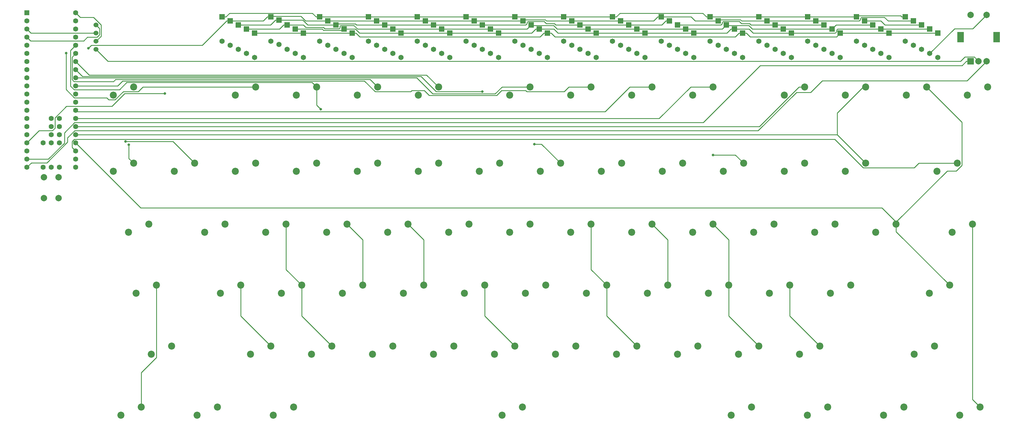
<source format=gbr>
%TF.GenerationSoftware,KiCad,Pcbnew,(5.1.7)-1*%
%TF.CreationDate,2020-12-17T15:48:16-08:00*%
%TF.ProjectId,memers and dreamers - Copy,6d656d65-7273-4206-916e-642064726561,rev?*%
%TF.SameCoordinates,Original*%
%TF.FileFunction,Copper,L1,Top*%
%TF.FilePolarity,Positive*%
%FSLAX46Y46*%
G04 Gerber Fmt 4.6, Leading zero omitted, Abs format (unit mm)*
G04 Created by KiCad (PCBNEW (5.1.7)-1) date 2020-12-17 15:48:16*
%MOMM*%
%LPD*%
G01*
G04 APERTURE LIST*
%TA.AperFunction,ComponentPad*%
%ADD10C,2.200000*%
%TD*%
%TA.AperFunction,ComponentPad*%
%ADD11C,2.000000*%
%TD*%
%TA.AperFunction,ComponentPad*%
%ADD12C,1.600000*%
%TD*%
%TA.AperFunction,ComponentPad*%
%ADD13R,1.600000X1.600000*%
%TD*%
%TA.AperFunction,ComponentPad*%
%ADD14C,1.651000*%
%TD*%
%TA.AperFunction,ComponentPad*%
%ADD15R,1.651000X1.651000*%
%TD*%
%TA.AperFunction,WasherPad*%
%ADD16R,2.000000X3.200000*%
%TD*%
%TA.AperFunction,ComponentPad*%
%ADD17R,2.000000X2.000000*%
%TD*%
%TA.AperFunction,ComponentPad*%
%ADD18C,1.524000*%
%TD*%
%TA.AperFunction,ViaPad*%
%ADD19C,0.800000*%
%TD*%
%TA.AperFunction,Conductor*%
%ADD20C,0.250000*%
%TD*%
G04 APERTURE END LIST*
D10*
%TO.P,SW73,2*%
%TO.N,Net-(D73-Pad2)*%
X237363000Y-160020000D03*
%TO.P,SW73,1*%
%TO.N,Col11*%
X243713000Y-157480000D03*
%TD*%
%TO.P,SW75,2*%
%TO.N,Net-(D75-Pad2)*%
X284988000Y-160020000D03*
%TO.P,SW75,1*%
%TO.N,Col14*%
X291338000Y-157480000D03*
%TD*%
%TO.P,SW74,2*%
%TO.N,Net-(D74-Pad2)*%
X261176000Y-160020000D03*
%TO.P,SW74,1*%
%TO.N,Col13*%
X267526000Y-157480000D03*
%TD*%
%TO.P,SW72,2*%
%TO.N,Net-(D72-Pad2)*%
X213550000Y-160020000D03*
%TO.P,SW72,1*%
%TO.N,Col10*%
X219900000Y-157480000D03*
%TD*%
%TO.P,SW57,2*%
%TO.N,Net-(D57-Pad2)*%
X63500000Y-140970000D03*
%TO.P,SW57,1*%
%TO.N,Col2*%
X69850000Y-138430000D03*
%TD*%
%TO.P,SW58,1*%
%TO.N,Col3*%
X88900000Y-138430000D03*
%TO.P,SW58,2*%
%TO.N,Net-(D58-Pad2)*%
X82550000Y-140970000D03*
%TD*%
%TO.P,SW59,1*%
%TO.N,Col4*%
X107950000Y-138430000D03*
%TO.P,SW59,2*%
%TO.N,Net-(D59-Pad2)*%
X101600000Y-140970000D03*
%TD*%
%TO.P,SW56,1*%
%TO.N,Col1*%
X38862000Y-138430000D03*
%TO.P,SW56,2*%
%TO.N,Net-(D56-Pad2)*%
X32512000Y-140970000D03*
%TD*%
%TO.P,SW66,2*%
%TO.N,Net-(D66-Pad2)*%
X234950000Y-140970000D03*
%TO.P,SW66,1*%
%TO.N,Col11*%
X241300000Y-138430000D03*
%TD*%
%TO.P,SW60,2*%
%TO.N,Net-(D60-Pad2)*%
X120650000Y-140970000D03*
%TO.P,SW60,1*%
%TO.N,Col5*%
X127000000Y-138430000D03*
%TD*%
%TO.P,SW69,2*%
%TO.N,Net-(D69-Pad2)*%
X46799500Y-160020000D03*
%TO.P,SW69,1*%
%TO.N,Col1*%
X53149500Y-157480000D03*
%TD*%
%TO.P,SW64,1*%
%TO.N,Col9*%
X203200000Y-138430000D03*
%TO.P,SW64,2*%
%TO.N,Net-(D64-Pad2)*%
X196850000Y-140970000D03*
%TD*%
%TO.P,SW70,1*%
%TO.N,Col3*%
X76962000Y-157480000D03*
%TO.P,SW70,2*%
%TO.N,Net-(D70-Pad2)*%
X70612000Y-160020000D03*
%TD*%
%TO.P,SW68,1*%
%TO.N,Col0*%
X29337000Y-157480000D03*
%TO.P,SW68,2*%
%TO.N,Net-(D68-Pad2)*%
X22987000Y-160020000D03*
%TD*%
%TO.P,SW65,1*%
%TO.N,Col10*%
X222250000Y-138430000D03*
%TO.P,SW65,2*%
%TO.N,Net-(D65-Pad2)*%
X215900000Y-140970000D03*
%TD*%
%TO.P,SW71,1*%
%TO.N,Col6*%
X148400000Y-157480000D03*
%TO.P,SW71,2*%
%TO.N,Net-(D71-Pad2)*%
X142050000Y-160020000D03*
%TD*%
%TO.P,SW61,2*%
%TO.N,Net-(D61-Pad2)*%
X139700000Y-140970000D03*
%TO.P,SW61,1*%
%TO.N,Col6*%
X146050000Y-138430000D03*
%TD*%
%TO.P,SW67,1*%
%TO.N,Col13*%
X277050000Y-138430000D03*
%TO.P,SW67,2*%
%TO.N,Net-(D67-Pad2)*%
X270700000Y-140970000D03*
%TD*%
%TO.P,SW63,2*%
%TO.N,Net-(D63-Pad2)*%
X177800000Y-140970000D03*
%TO.P,SW63,1*%
%TO.N,Col8*%
X184150000Y-138430000D03*
%TD*%
%TO.P,SW62,1*%
%TO.N,Col7*%
X165100000Y-138430000D03*
%TO.P,SW62,2*%
%TO.N,Net-(D62-Pad2)*%
X158750000Y-140970000D03*
%TD*%
D11*
%TO.P,SW76,2*%
%TO.N,GND*%
X-1007500Y-85661500D03*
%TO.P,SW76,1*%
%TO.N,Reset*%
X3492500Y-85661500D03*
%TO.P,SW76,2*%
%TO.N,GND*%
X-1007500Y-92161500D03*
%TO.P,SW76,1*%
%TO.N,Reset*%
X3492500Y-92161500D03*
%TD*%
D12*
%TO.P,U2,9*%
%TO.N,Net-(U2-Pad9)*%
X-6350000Y-54610000D03*
%TO.P,U2,10*%
%TO.N,Net-(U2-Pad10)*%
X-6350000Y-57150000D03*
%TO.P,U2,11*%
%TO.N,Net-(U2-Pad11)*%
X-6350000Y-59690000D03*
%TO.P,U2,8*%
%TO.N,Net-(U2-Pad8)*%
X-6350000Y-52070000D03*
%TO.P,U2,7*%
%TO.N,Net-(U2-Pad7)*%
X-6350000Y-49530000D03*
%TO.P,U2,6*%
%TO.N,Net-(U2-Pad6)*%
X-6350000Y-46990000D03*
%TO.P,U2,5*%
%TO.N,Net-(U2-Pad5)*%
X-6350000Y-44450000D03*
%TO.P,U2,4*%
%TO.N,SDA*%
X-6350000Y-41910000D03*
%TO.P,U2,3*%
%TO.N,SCL*%
X-6350000Y-39370000D03*
%TO.P,U2,2*%
%TO.N,Net-(U2-Pad2)*%
X-6350000Y-36830000D03*
D13*
%TO.P,U2,1*%
%TO.N,Net-(U2-Pad1)*%
X-6350000Y-34290000D03*
D12*
%TO.P,U2,12*%
%TO.N,Net-(U2-Pad12)*%
X-6350000Y-62230000D03*
%TO.P,U2,13*%
%TO.N,Row0*%
X-6350000Y-64770000D03*
%TO.P,U2,14*%
%TO.N,Row1*%
X-6350000Y-67310000D03*
%TO.P,U2,15*%
%TO.N,Row2*%
X-6350000Y-69850000D03*
%TO.P,U2,16*%
%TO.N,Row3*%
X-6350000Y-72390000D03*
%TO.P,U2,17*%
%TO.N,Row4*%
X-6350000Y-74930000D03*
%TO.P,U2,18*%
%TO.N,Row5*%
X-6350000Y-77470000D03*
%TO.P,U2,19*%
%TO.N,EncA*%
X-6350000Y-80010000D03*
%TO.P,U2,20*%
%TO.N,EncB*%
X-6350000Y-82550000D03*
%TO.P,U2,21*%
%TO.N,+5V*%
X-1270000Y-82550000D03*
%TO.P,U2,22*%
%TO.N,GND*%
X1270000Y-82550000D03*
%TO.P,U2,23*%
%TO.N,Reset*%
X3810000Y-82550000D03*
%TO.P,U2,24*%
%TO.N,Net-(U2-Pad24)*%
X8890000Y-82550000D03*
%TO.P,U2,25*%
%TO.N,Net-(U2-Pad25)*%
X8890000Y-80010000D03*
%TO.P,U2,26*%
%TO.N,Col14*%
X8890000Y-77470000D03*
%TO.P,U2,27*%
%TO.N,Col13*%
X8890000Y-74930000D03*
%TO.P,U2,28*%
%TO.N,Col12*%
X8890000Y-72390000D03*
%TO.P,U2,29*%
%TO.N,Col11*%
X8890000Y-69850000D03*
%TO.P,U2,30*%
%TO.N,Col10*%
X8890000Y-67310000D03*
%TO.P,U2,31*%
%TO.N,Col9*%
X8890000Y-64770000D03*
%TO.P,U2,32*%
%TO.N,Net-(U2-Pad32)*%
X8890000Y-62230000D03*
%TO.P,U2,33*%
%TO.N,GND*%
X8890000Y-59690000D03*
%TO.P,U2,34*%
%TO.N,Col8*%
X8890000Y-57150000D03*
%TO.P,U2,35*%
%TO.N,Col7*%
X8890000Y-54610000D03*
%TO.P,U2,36*%
%TO.N,Col6*%
X8890000Y-52070000D03*
%TO.P,U2,37*%
%TO.N,Col5*%
X8890000Y-49530000D03*
%TO.P,U2,38*%
%TO.N,Col4*%
X8890000Y-46990000D03*
%TO.P,U2,39*%
%TO.N,Col3*%
X8890000Y-44450000D03*
%TO.P,U2,40*%
%TO.N,Col2*%
X8890000Y-41910000D03*
%TO.P,U2,41*%
%TO.N,Col1*%
X8890000Y-39370000D03*
%TO.P,U2,42*%
%TO.N,Col0*%
X8890000Y-36830000D03*
%TO.P,U2,43*%
%TO.N,+5V*%
X8890000Y-34290000D03*
%TO.P,U2,44*%
%TO.N,Net-(U2-Pad44)*%
X3810000Y-67310000D03*
%TO.P,U2,45*%
%TO.N,Net-(U2-Pad45)*%
X3810000Y-69850000D03*
%TO.P,U2,46*%
%TO.N,Net-(U2-Pad46)*%
X3810000Y-72390000D03*
%TO.P,U2,47*%
%TO.N,Net-(U2-Pad47)*%
X3810000Y-74930000D03*
%TO.P,U2,48*%
%TO.N,Net-(U2-Pad48)*%
X1270000Y-67310000D03*
%TO.P,U2,49*%
%TO.N,Net-(U2-Pad49)*%
X1270000Y-69850000D03*
%TO.P,U2,50*%
%TO.N,Net-(U2-Pad50)*%
X1270000Y-72390000D03*
%TO.P,U2,51*%
%TO.N,Net-(U2-Pad51)*%
X1270000Y-74930000D03*
%TO.P,U2,52*%
%TO.N,Net-(U2-Pad52)*%
X-1270000Y-74930000D03*
%TD*%
D10*
%TO.P,SW14,1*%
%TO.N,Col0*%
X26957000Y-81280000D03*
%TO.P,SW14,2*%
%TO.N,Net-(D14-Pad2)*%
X20607000Y-83820000D03*
%TD*%
%TO.P,SW1,1*%
%TO.N,Col0*%
X26957000Y-57467500D03*
%TO.P,SW1,2*%
%TO.N,Net-(D1-Pad2)*%
X20607000Y-60007500D03*
%TD*%
D14*
%TO.P,D75,2*%
%TO.N,Net-(D75-Pad2)*%
X278130000Y-48260000D03*
D15*
%TO.P,D75,1*%
%TO.N,Row5*%
X278130000Y-40640000D03*
%TD*%
D14*
%TO.P,D74,2*%
%TO.N,Net-(D74-Pad2)*%
X262890000Y-48260000D03*
D15*
%TO.P,D74,1*%
%TO.N,Row5*%
X262890000Y-40640000D03*
%TD*%
D14*
%TO.P,D73,2*%
%TO.N,Net-(D73-Pad2)*%
X247650000Y-48260000D03*
D15*
%TO.P,D73,1*%
%TO.N,Row5*%
X247650000Y-40640000D03*
%TD*%
D14*
%TO.P,D72,2*%
%TO.N,Net-(D72-Pad2)*%
X217170000Y-48260000D03*
D15*
%TO.P,D72,1*%
%TO.N,Row5*%
X217170000Y-40640000D03*
%TD*%
D14*
%TO.P,D71,2*%
%TO.N,Net-(D71-Pad2)*%
X156210000Y-48260000D03*
D15*
%TO.P,D71,1*%
%TO.N,Row5*%
X156210000Y-40640000D03*
%TD*%
D14*
%TO.P,D70,2*%
%TO.N,Net-(D70-Pad2)*%
X95250000Y-48260000D03*
D15*
%TO.P,D70,1*%
%TO.N,Row5*%
X95250000Y-40640000D03*
%TD*%
D14*
%TO.P,D69,2*%
%TO.N,Net-(D69-Pad2)*%
X80010000Y-48260000D03*
D15*
%TO.P,D69,1*%
%TO.N,Row5*%
X80010000Y-40640000D03*
%TD*%
%TO.P,D68,1*%
%TO.N,Row5*%
X64770000Y-40640000D03*
D14*
%TO.P,D68,2*%
%TO.N,Net-(D68-Pad2)*%
X64770000Y-48260000D03*
%TD*%
%TO.P,D67,2*%
%TO.N,Net-(D67-Pad2)*%
X260350000Y-46990000D03*
D15*
%TO.P,D67,1*%
%TO.N,Row4*%
X260350000Y-39370000D03*
%TD*%
D14*
%TO.P,D66,2*%
%TO.N,Net-(D66-Pad2)*%
X232410000Y-48260000D03*
D15*
%TO.P,D66,1*%
%TO.N,Row4*%
X232410000Y-40640000D03*
%TD*%
D14*
%TO.P,D65,2*%
%TO.N,Net-(D65-Pad2)*%
X214630000Y-46990000D03*
D15*
%TO.P,D65,1*%
%TO.N,Row4*%
X214630000Y-39370000D03*
%TD*%
D14*
%TO.P,D64,2*%
%TO.N,Net-(D64-Pad2)*%
X201930000Y-48260000D03*
D15*
%TO.P,D64,1*%
%TO.N,Row4*%
X201930000Y-40640000D03*
%TD*%
D14*
%TO.P,D63,2*%
%TO.N,Net-(D63-Pad2)*%
X186690000Y-48260000D03*
D15*
%TO.P,D63,1*%
%TO.N,Row4*%
X186690000Y-40640000D03*
%TD*%
D14*
%TO.P,D62,2*%
%TO.N,Net-(D62-Pad2)*%
X171450000Y-48260000D03*
D15*
%TO.P,D62,1*%
%TO.N,Row4*%
X171450000Y-40640000D03*
%TD*%
D14*
%TO.P,D61,2*%
%TO.N,Net-(D61-Pad2)*%
X153670000Y-46990000D03*
D15*
%TO.P,D61,1*%
%TO.N,Row4*%
X153670000Y-39370000D03*
%TD*%
D14*
%TO.P,D60,2*%
%TO.N,Net-(D60-Pad2)*%
X140970000Y-48260000D03*
D15*
%TO.P,D60,1*%
%TO.N,Row4*%
X140970000Y-40640000D03*
%TD*%
D14*
%TO.P,D59,2*%
%TO.N,Net-(D59-Pad2)*%
X125730000Y-48260000D03*
D15*
%TO.P,D59,1*%
%TO.N,Row4*%
X125730000Y-40640000D03*
%TD*%
D14*
%TO.P,D58,2*%
%TO.N,Net-(D58-Pad2)*%
X110490000Y-48260000D03*
D15*
%TO.P,D58,1*%
%TO.N,Row4*%
X110490000Y-40640000D03*
%TD*%
D14*
%TO.P,D57,2*%
%TO.N,Net-(D57-Pad2)*%
X92710000Y-46990000D03*
D15*
%TO.P,D57,1*%
%TO.N,Row4*%
X92710000Y-39370000D03*
%TD*%
D14*
%TO.P,D56,2*%
%TO.N,Net-(D56-Pad2)*%
X77470000Y-46990000D03*
D15*
%TO.P,D56,1*%
%TO.N,Row4*%
X77470000Y-39370000D03*
%TD*%
D14*
%TO.P,D55,2*%
%TO.N,Net-(D55-Pad2)*%
X275590000Y-46990000D03*
D15*
%TO.P,D55,1*%
%TO.N,Row4*%
X275590000Y-39370000D03*
%TD*%
D14*
%TO.P,D54,2*%
%TO.N,Net-(D54-Pad2)*%
X257810000Y-45720000D03*
D15*
%TO.P,D54,1*%
%TO.N,Row3*%
X257810000Y-38100000D03*
%TD*%
D14*
%TO.P,D53,2*%
%TO.N,Net-(D53-Pad2)*%
X245110000Y-46990000D03*
D15*
%TO.P,D53,1*%
%TO.N,Row3*%
X245110000Y-39370000D03*
%TD*%
D14*
%TO.P,D52,2*%
%TO.N,Net-(D52-Pad2)*%
X229870000Y-46990000D03*
D15*
%TO.P,D52,1*%
%TO.N,Row3*%
X229870000Y-39370000D03*
%TD*%
D14*
%TO.P,D51,2*%
%TO.N,Net-(D51-Pad2)*%
X212090000Y-45720000D03*
D15*
%TO.P,D51,1*%
%TO.N,Row3*%
X212090000Y-38100000D03*
%TD*%
D14*
%TO.P,D50,2*%
%TO.N,Net-(D50-Pad2)*%
X199390000Y-46990000D03*
D15*
%TO.P,D50,1*%
%TO.N,Row3*%
X199390000Y-39370000D03*
%TD*%
D14*
%TO.P,D49,2*%
%TO.N,Net-(D49-Pad2)*%
X184150000Y-46990000D03*
D15*
%TO.P,D49,1*%
%TO.N,Row3*%
X184150000Y-39370000D03*
%TD*%
D14*
%TO.P,D48,2*%
%TO.N,Net-(D48-Pad2)*%
X168910000Y-46990000D03*
D15*
%TO.P,D48,1*%
%TO.N,Row3*%
X168910000Y-39370000D03*
%TD*%
D14*
%TO.P,D47,2*%
%TO.N,Net-(D47-Pad2)*%
X151130000Y-45720000D03*
D15*
%TO.P,D47,1*%
%TO.N,Row3*%
X151130000Y-38100000D03*
%TD*%
D14*
%TO.P,D46,2*%
%TO.N,Net-(D46-Pad2)*%
X138430000Y-46990000D03*
D15*
%TO.P,D46,1*%
%TO.N,Row3*%
X138430000Y-39370000D03*
%TD*%
D14*
%TO.P,D45,2*%
%TO.N,Net-(D45-Pad2)*%
X123190000Y-46990000D03*
D15*
%TO.P,D45,1*%
%TO.N,Row3*%
X123190000Y-39370000D03*
%TD*%
D14*
%TO.P,D44,2*%
%TO.N,Net-(D44-Pad2)*%
X107950000Y-46990000D03*
D15*
%TO.P,D44,1*%
%TO.N,Row3*%
X107950000Y-39370000D03*
%TD*%
D14*
%TO.P,D43,2*%
%TO.N,Net-(D43-Pad2)*%
X74930000Y-45720000D03*
D15*
%TO.P,D43,1*%
%TO.N,Row3*%
X74930000Y-38100000D03*
%TD*%
%TO.P,D42,1*%
%TO.N,Row3*%
X62230000Y-39370000D03*
D14*
%TO.P,D42,2*%
%TO.N,Net-(D42-Pad2)*%
X62230000Y-46990000D03*
%TD*%
%TO.P,D41,2*%
%TO.N,Net-(D41-Pad2)*%
X273050000Y-45720000D03*
D15*
%TO.P,D41,1*%
%TO.N,Row2*%
X273050000Y-38100000D03*
%TD*%
D14*
%TO.P,D40,2*%
%TO.N,Net-(D40-Pad2)*%
X255270000Y-44450000D03*
D15*
%TO.P,D40,1*%
%TO.N,Row2*%
X255270000Y-36830000D03*
%TD*%
D14*
%TO.P,D39,2*%
%TO.N,Net-(D39-Pad2)*%
X242570000Y-45720000D03*
D15*
%TO.P,D39,1*%
%TO.N,Row2*%
X242570000Y-38100000D03*
%TD*%
D14*
%TO.P,D38,2*%
%TO.N,Net-(D38-Pad2)*%
X227330000Y-45720000D03*
D15*
%TO.P,D38,1*%
%TO.N,Row2*%
X227330000Y-38100000D03*
%TD*%
D14*
%TO.P,D37,2*%
%TO.N,Net-(D37-Pad2)*%
X196850000Y-45720000D03*
D15*
%TO.P,D37,1*%
%TO.N,Row2*%
X196850000Y-38100000D03*
%TD*%
D14*
%TO.P,D36,2*%
%TO.N,Net-(D36-Pad2)*%
X194310000Y-44450000D03*
D15*
%TO.P,D36,1*%
%TO.N,Row2*%
X194310000Y-36830000D03*
%TD*%
D14*
%TO.P,D35,2*%
%TO.N,Net-(D35-Pad2)*%
X181610000Y-45720000D03*
D15*
%TO.P,D35,1*%
%TO.N,Row2*%
X181610000Y-38100000D03*
%TD*%
D14*
%TO.P,D34,2*%
%TO.N,Net-(D34-Pad2)*%
X166370000Y-45720000D03*
D15*
%TO.P,D34,1*%
%TO.N,Row2*%
X166370000Y-38100000D03*
%TD*%
D14*
%TO.P,D33,2*%
%TO.N,Net-(D33-Pad2)*%
X135890000Y-45720000D03*
D15*
%TO.P,D33,1*%
%TO.N,Row2*%
X135890000Y-38100000D03*
%TD*%
D14*
%TO.P,D32,2*%
%TO.N,Net-(D32-Pad2)*%
X120650000Y-45720000D03*
D15*
%TO.P,D32,1*%
%TO.N,Row2*%
X120650000Y-38100000D03*
%TD*%
D14*
%TO.P,D31,2*%
%TO.N,Net-(D31-Pad2)*%
X105410000Y-45720000D03*
D15*
%TO.P,D31,1*%
%TO.N,Row2*%
X105410000Y-38100000D03*
%TD*%
D14*
%TO.P,D30,2*%
%TO.N,Net-(D30-Pad2)*%
X90170000Y-45720000D03*
D15*
%TO.P,D30,1*%
%TO.N,Row2*%
X90170000Y-38100000D03*
%TD*%
D14*
%TO.P,D29,2*%
%TO.N,Net-(D29-Pad2)*%
X72390000Y-44196000D03*
D15*
%TO.P,D29,1*%
%TO.N,Row2*%
X72390000Y-36576000D03*
%TD*%
%TO.P,D28,1*%
%TO.N,Row2*%
X59690000Y-38100000D03*
D14*
%TO.P,D28,2*%
%TO.N,Net-(D28-Pad2)*%
X59690000Y-45720000D03*
%TD*%
%TO.P,D27,2*%
%TO.N,Net-(D27-Pad2)*%
X270510000Y-44450000D03*
D15*
%TO.P,D27,1*%
%TO.N,Row1*%
X270510000Y-36830000D03*
%TD*%
D14*
%TO.P,D26,2*%
%TO.N,Net-(D26-Pad2)*%
X240030000Y-44450000D03*
D15*
%TO.P,D26,1*%
%TO.N,Row1*%
X240030000Y-36830000D03*
%TD*%
D14*
%TO.P,D25,2*%
%TO.N,Net-(D25-Pad2)*%
X224790000Y-44450000D03*
D15*
%TO.P,D25,1*%
%TO.N,Row1*%
X224790000Y-36830000D03*
%TD*%
D14*
%TO.P,D24,2*%
%TO.N,Net-(D24-Pad2)*%
X209550000Y-44450000D03*
D15*
%TO.P,D24,1*%
%TO.N,Row1*%
X209550000Y-36830000D03*
%TD*%
D14*
%TO.P,D23,2*%
%TO.N,Net-(D23-Pad2)*%
X191770000Y-43180000D03*
D15*
%TO.P,D23,1*%
%TO.N,Row1*%
X191770000Y-35560000D03*
%TD*%
D14*
%TO.P,D22,2*%
%TO.N,Net-(D22-Pad2)*%
X179070000Y-44450000D03*
D15*
%TO.P,D22,1*%
%TO.N,Row1*%
X179070000Y-36830000D03*
%TD*%
D14*
%TO.P,D21,2*%
%TO.N,Net-(D21-Pad2)*%
X163830000Y-44450000D03*
D15*
%TO.P,D21,1*%
%TO.N,Row1*%
X163830000Y-36830000D03*
%TD*%
D14*
%TO.P,D20,2*%
%TO.N,Net-(D20-Pad2)*%
X148590000Y-44450000D03*
D15*
%TO.P,D20,1*%
%TO.N,Row1*%
X148590000Y-36830000D03*
%TD*%
D14*
%TO.P,D19,2*%
%TO.N,Net-(D19-Pad2)*%
X133350000Y-44450000D03*
D15*
%TO.P,D19,1*%
%TO.N,Row1*%
X133350000Y-36830000D03*
%TD*%
D14*
%TO.P,D18,2*%
%TO.N,Net-(D18-Pad2)*%
X118110000Y-44450000D03*
D15*
%TO.P,D18,1*%
%TO.N,Row1*%
X118110000Y-36830000D03*
%TD*%
D14*
%TO.P,D17,2*%
%TO.N,Net-(D17-Pad2)*%
X102870000Y-44450000D03*
D15*
%TO.P,D17,1*%
%TO.N,Row1*%
X102870000Y-36830000D03*
%TD*%
D14*
%TO.P,D16,2*%
%TO.N,Net-(D16-Pad2)*%
X87630000Y-44450000D03*
D15*
%TO.P,D16,1*%
%TO.N,Row1*%
X87630000Y-36830000D03*
%TD*%
D14*
%TO.P,D15,2*%
%TO.N,Net-(D15-Pad2)*%
X69850000Y-43180000D03*
D15*
%TO.P,D15,1*%
%TO.N,Row1*%
X69850000Y-35560000D03*
%TD*%
%TO.P,D14,1*%
%TO.N,Row1*%
X57150000Y-36830000D03*
D14*
%TO.P,D14,2*%
%TO.N,Net-(D14-Pad2)*%
X57150000Y-44450000D03*
%TD*%
%TO.P,D13,2*%
%TO.N,Net-(D13-Pad2)*%
X267970000Y-43180000D03*
D15*
%TO.P,D13,1*%
%TO.N,Row0*%
X267970000Y-35560000D03*
%TD*%
D14*
%TO.P,D12,2*%
%TO.N,Net-(D12-Pad2)*%
X252730000Y-43180000D03*
D15*
%TO.P,D12,1*%
%TO.N,Row0*%
X252730000Y-35560000D03*
%TD*%
D14*
%TO.P,D11,2*%
%TO.N,Net-(D11-Pad2)*%
X237490000Y-43180000D03*
D15*
%TO.P,D11,1*%
%TO.N,Row0*%
X237490000Y-35560000D03*
%TD*%
D14*
%TO.P,D10,2*%
%TO.N,Net-(D10-Pad2)*%
X222250000Y-43180000D03*
D15*
%TO.P,D10,1*%
%TO.N,Row0*%
X222250000Y-35560000D03*
%TD*%
D14*
%TO.P,D9,2*%
%TO.N,Net-(D9-Pad2)*%
X207010000Y-43180000D03*
D15*
%TO.P,D9,1*%
%TO.N,Row0*%
X207010000Y-35560000D03*
%TD*%
D14*
%TO.P,D8,2*%
%TO.N,Net-(D8-Pad2)*%
X176530000Y-43180000D03*
D15*
%TO.P,D8,1*%
%TO.N,Row0*%
X176530000Y-35560000D03*
%TD*%
D14*
%TO.P,D7,2*%
%TO.N,Net-(D7-Pad2)*%
X161290000Y-43180000D03*
D15*
%TO.P,D7,1*%
%TO.N,Row0*%
X161290000Y-35560000D03*
%TD*%
D14*
%TO.P,D6,2*%
%TO.N,Net-(D6-Pad2)*%
X146050000Y-43180000D03*
D15*
%TO.P,D6,1*%
%TO.N,Row0*%
X146050000Y-35560000D03*
%TD*%
D14*
%TO.P,D5,2*%
%TO.N,Net-(D5-Pad2)*%
X130810000Y-43180000D03*
D15*
%TO.P,D5,1*%
%TO.N,Row0*%
X130810000Y-35560000D03*
%TD*%
D14*
%TO.P,D4,2*%
%TO.N,Net-(D4-Pad2)*%
X115570000Y-43180000D03*
D15*
%TO.P,D4,1*%
%TO.N,Row0*%
X115570000Y-35560000D03*
%TD*%
D14*
%TO.P,D3,2*%
%TO.N,Net-(D3-Pad2)*%
X100330000Y-43180000D03*
D15*
%TO.P,D3,1*%
%TO.N,Row0*%
X100330000Y-35560000D03*
%TD*%
D14*
%TO.P,D2,2*%
%TO.N,Net-(D2-Pad2)*%
X85090000Y-43180000D03*
D15*
%TO.P,D2,1*%
%TO.N,Row0*%
X85090000Y-35560000D03*
%TD*%
%TO.P,D1,1*%
%TO.N,Row0*%
X54610000Y-35560000D03*
D14*
%TO.P,D1,2*%
%TO.N,Net-(D1-Pad2)*%
X54610000Y-43180000D03*
%TD*%
D10*
%TO.P,SW2,1*%
%TO.N,Col2*%
X65057000Y-57467500D03*
%TO.P,SW2,2*%
%TO.N,Net-(D2-Pad2)*%
X58707000Y-60007500D03*
%TD*%
%TO.P,SW3,1*%
%TO.N,Col3*%
X84107000Y-57467500D03*
%TO.P,SW3,2*%
%TO.N,Net-(D3-Pad2)*%
X77757000Y-60007500D03*
%TD*%
%TO.P,SW4,2*%
%TO.N,Net-(D4-Pad2)*%
X96807000Y-60007500D03*
%TO.P,SW4,1*%
%TO.N,Col4*%
X103157000Y-57467500D03*
%TD*%
%TO.P,SW5,1*%
%TO.N,Col5*%
X122207000Y-57467500D03*
%TO.P,SW5,2*%
%TO.N,Net-(D5-Pad2)*%
X115857000Y-60007500D03*
%TD*%
%TO.P,SW6,2*%
%TO.N,Net-(D6-Pad2)*%
X144432000Y-60007500D03*
%TO.P,SW6,1*%
%TO.N,Col7*%
X150782000Y-57467500D03*
%TD*%
%TO.P,SW7,1*%
%TO.N,Col8*%
X169832000Y-57467500D03*
%TO.P,SW7,2*%
%TO.N,Net-(D7-Pad2)*%
X163482000Y-60007500D03*
%TD*%
%TO.P,SW8,2*%
%TO.N,Net-(D8-Pad2)*%
X182532000Y-60007500D03*
%TO.P,SW8,1*%
%TO.N,Col9*%
X188882000Y-57467500D03*
%TD*%
%TO.P,SW9,2*%
%TO.N,Net-(D9-Pad2)*%
X201582000Y-60007500D03*
%TO.P,SW9,1*%
%TO.N,Col10*%
X207932000Y-57467500D03*
%TD*%
%TO.P,SW10,2*%
%TO.N,Net-(D10-Pad2)*%
X230157000Y-60007500D03*
%TO.P,SW10,1*%
%TO.N,Col11*%
X236507000Y-57467500D03*
%TD*%
%TO.P,SW11,1*%
%TO.N,Col12*%
X255557000Y-57467500D03*
%TO.P,SW11,2*%
%TO.N,Net-(D11-Pad2)*%
X249207000Y-60007500D03*
%TD*%
%TO.P,SW12,2*%
%TO.N,Net-(D12-Pad2)*%
X268257000Y-60007500D03*
%TO.P,SW12,1*%
%TO.N,Col13*%
X274607000Y-57467500D03*
%TD*%
%TO.P,SW13,1*%
%TO.N,Col14*%
X293657000Y-57467500D03*
%TO.P,SW13,2*%
%TO.N,Net-(D13-Pad2)*%
X287307000Y-60007500D03*
%TD*%
%TO.P,SW15,2*%
%TO.N,Net-(D15-Pad2)*%
X39657000Y-83820000D03*
%TO.P,SW15,1*%
%TO.N,Col1*%
X46007000Y-81280000D03*
%TD*%
%TO.P,SW16,2*%
%TO.N,Net-(D16-Pad2)*%
X58707000Y-83820000D03*
%TO.P,SW16,1*%
%TO.N,Col2*%
X65057000Y-81280000D03*
%TD*%
%TO.P,SW17,2*%
%TO.N,Net-(D17-Pad2)*%
X77757000Y-83820000D03*
%TO.P,SW17,1*%
%TO.N,Col3*%
X84107000Y-81280000D03*
%TD*%
%TO.P,SW18,1*%
%TO.N,Col4*%
X103157000Y-81280000D03*
%TO.P,SW18,2*%
%TO.N,Net-(D18-Pad2)*%
X96807000Y-83820000D03*
%TD*%
%TO.P,SW19,2*%
%TO.N,Net-(D19-Pad2)*%
X115857000Y-83820000D03*
%TO.P,SW19,1*%
%TO.N,Col5*%
X122207000Y-81280000D03*
%TD*%
%TO.P,SW20,1*%
%TO.N,Col6*%
X141257000Y-81280000D03*
%TO.P,SW20,2*%
%TO.N,Net-(D20-Pad2)*%
X134907000Y-83820000D03*
%TD*%
%TO.P,SW21,1*%
%TO.N,Col7*%
X160307000Y-81280000D03*
%TO.P,SW21,2*%
%TO.N,Net-(D21-Pad2)*%
X153957000Y-83820000D03*
%TD*%
%TO.P,SW22,2*%
%TO.N,Net-(D22-Pad2)*%
X173007000Y-83820000D03*
%TO.P,SW22,1*%
%TO.N,Col8*%
X179357000Y-81280000D03*
%TD*%
%TO.P,SW23,2*%
%TO.N,Net-(D23-Pad2)*%
X192057000Y-83820000D03*
%TO.P,SW23,1*%
%TO.N,Col9*%
X198407000Y-81280000D03*
%TD*%
%TO.P,SW24,1*%
%TO.N,Col10*%
X217457000Y-81280000D03*
%TO.P,SW24,2*%
%TO.N,Net-(D24-Pad2)*%
X211107000Y-83820000D03*
%TD*%
%TO.P,SW25,1*%
%TO.N,Col11*%
X236507000Y-81280000D03*
%TO.P,SW25,2*%
%TO.N,Net-(D25-Pad2)*%
X230157000Y-83820000D03*
%TD*%
%TO.P,SW26,1*%
%TO.N,Col12*%
X255557000Y-81280000D03*
%TO.P,SW26,2*%
%TO.N,Net-(D26-Pad2)*%
X249207000Y-83820000D03*
%TD*%
%TO.P,SW27,1*%
%TO.N,Col14*%
X284190000Y-81280000D03*
%TO.P,SW27,2*%
%TO.N,Net-(D27-Pad2)*%
X277840000Y-83820000D03*
%TD*%
%TO.P,SW28,1*%
%TO.N,Col0*%
X31719500Y-100330000D03*
%TO.P,SW28,2*%
%TO.N,Net-(D28-Pad2)*%
X25369500Y-102870000D03*
%TD*%
%TO.P,SW29,1*%
%TO.N,Col2*%
X55532000Y-100330000D03*
%TO.P,SW29,2*%
%TO.N,Net-(D29-Pad2)*%
X49182000Y-102870000D03*
%TD*%
%TO.P,SW30,2*%
%TO.N,Net-(D30-Pad2)*%
X68232000Y-102870000D03*
%TO.P,SW30,1*%
%TO.N,Col3*%
X74582000Y-100330000D03*
%TD*%
%TO.P,SW31,2*%
%TO.N,Net-(D31-Pad2)*%
X87282000Y-102870000D03*
%TO.P,SW31,1*%
%TO.N,Col4*%
X93632000Y-100330000D03*
%TD*%
%TO.P,SW32,2*%
%TO.N,Net-(D32-Pad2)*%
X106332000Y-102870000D03*
%TO.P,SW32,1*%
%TO.N,Col5*%
X112682000Y-100330000D03*
%TD*%
%TO.P,SW33,2*%
%TO.N,Net-(D33-Pad2)*%
X125382000Y-102870000D03*
%TO.P,SW33,1*%
%TO.N,Col6*%
X131732000Y-100330000D03*
%TD*%
%TO.P,SW34,2*%
%TO.N,Net-(D34-Pad2)*%
X144432000Y-102870000D03*
%TO.P,SW34,1*%
%TO.N,Col7*%
X150782000Y-100330000D03*
%TD*%
%TO.P,SW35,1*%
%TO.N,Col8*%
X169832000Y-100330000D03*
%TO.P,SW35,2*%
%TO.N,Net-(D35-Pad2)*%
X163482000Y-102870000D03*
%TD*%
%TO.P,SW36,2*%
%TO.N,Net-(D36-Pad2)*%
X182532000Y-102870000D03*
%TO.P,SW36,1*%
%TO.N,Col9*%
X188882000Y-100330000D03*
%TD*%
%TO.P,SW37,2*%
%TO.N,Net-(D37-Pad2)*%
X201582000Y-102870000D03*
%TO.P,SW37,1*%
%TO.N,Col10*%
X207932000Y-100330000D03*
%TD*%
%TO.P,SW38,1*%
%TO.N,Col11*%
X226982000Y-100330000D03*
%TO.P,SW38,2*%
%TO.N,Net-(D38-Pad2)*%
X220632000Y-102870000D03*
%TD*%
%TO.P,SW39,1*%
%TO.N,Col12*%
X246032000Y-100330000D03*
%TO.P,SW39,2*%
%TO.N,Net-(D39-Pad2)*%
X239682000Y-102870000D03*
%TD*%
%TO.P,SW40,1*%
%TO.N,Col13*%
X265082000Y-100330000D03*
%TO.P,SW40,2*%
%TO.N,Net-(D40-Pad2)*%
X258732000Y-102870000D03*
%TD*%
%TO.P,SW41,2*%
%TO.N,Net-(D41-Pad2)*%
X282605000Y-102873000D03*
%TO.P,SW41,1*%
%TO.N,Col14*%
X288955000Y-100333000D03*
%TD*%
%TO.P,SW42,1*%
%TO.N,Col0*%
X34099500Y-119380000D03*
%TO.P,SW42,2*%
%TO.N,Net-(D42-Pad2)*%
X27749500Y-121920000D03*
%TD*%
%TO.P,SW43,2*%
%TO.N,Net-(D43-Pad2)*%
X54038500Y-121920000D03*
%TO.P,SW43,1*%
%TO.N,Col2*%
X60388500Y-119380000D03*
%TD*%
%TO.P,SW44,1*%
%TO.N,Col3*%
X79438500Y-119380000D03*
%TO.P,SW44,2*%
%TO.N,Net-(D44-Pad2)*%
X73088500Y-121920000D03*
%TD*%
%TO.P,SW45,1*%
%TO.N,Col4*%
X98488500Y-119380000D03*
%TO.P,SW45,2*%
%TO.N,Net-(D45-Pad2)*%
X92138500Y-121920000D03*
%TD*%
%TO.P,SW46,1*%
%TO.N,Col5*%
X117538000Y-119380000D03*
%TO.P,SW46,2*%
%TO.N,Net-(D46-Pad2)*%
X111188000Y-121920000D03*
%TD*%
%TO.P,SW47,1*%
%TO.N,Col6*%
X136588000Y-119380000D03*
%TO.P,SW47,2*%
%TO.N,Net-(D47-Pad2)*%
X130238000Y-121920000D03*
%TD*%
%TO.P,SW48,2*%
%TO.N,Net-(D48-Pad2)*%
X149288000Y-121920000D03*
%TO.P,SW48,1*%
%TO.N,Col7*%
X155638000Y-119380000D03*
%TD*%
%TO.P,SW49,2*%
%TO.N,Net-(D49-Pad2)*%
X168338000Y-121920000D03*
%TO.P,SW49,1*%
%TO.N,Col8*%
X174688000Y-119380000D03*
%TD*%
%TO.P,SW50,1*%
%TO.N,Col9*%
X193738000Y-119380000D03*
%TO.P,SW50,2*%
%TO.N,Net-(D50-Pad2)*%
X187388000Y-121920000D03*
%TD*%
%TO.P,SW51,1*%
%TO.N,Col10*%
X212788000Y-119380000D03*
%TO.P,SW51,2*%
%TO.N,Net-(D51-Pad2)*%
X206438000Y-121920000D03*
%TD*%
%TO.P,SW52,2*%
%TO.N,Net-(D52-Pad2)*%
X225488000Y-121920000D03*
%TO.P,SW52,1*%
%TO.N,Col11*%
X231838000Y-119380000D03*
%TD*%
%TO.P,SW53,2*%
%TO.N,Net-(D53-Pad2)*%
X244538000Y-121920000D03*
%TO.P,SW53,1*%
%TO.N,Col12*%
X250888000Y-119380000D03*
%TD*%
%TO.P,SW54,2*%
%TO.N,Net-(D54-Pad2)*%
X275463000Y-121920000D03*
%TO.P,SW54,1*%
%TO.N,Col13*%
X281813000Y-119380000D03*
%TD*%
D11*
%TO.P,SW55,S1*%
%TO.N,Net-(D55-Pad2)*%
X293330000Y-34910000D03*
%TO.P,SW55,S2*%
%TO.N,Col14*%
X288330000Y-34910000D03*
D16*
%TO.P,SW55,*%
%TO.N,*%
X296430000Y-41910000D03*
X285230000Y-41910000D03*
D11*
%TO.P,SW55,B*%
%TO.N,EncB*%
X293330000Y-49410000D03*
%TO.P,SW55,C*%
%TO.N,GND*%
X290830000Y-49410000D03*
D17*
%TO.P,SW55,A*%
%TO.N,EncA*%
X288330000Y-49410000D03*
%TD*%
D18*
%TO.P,U1,1*%
%TO.N,SDA*%
X15240000Y-38100000D03*
%TO.P,U1,2*%
%TO.N,SCL*%
X15240000Y-40640000D03*
%TO.P,U1,3*%
%TO.N,+5V*%
X15240000Y-43180000D03*
%TO.P,U1,4*%
%TO.N,GND*%
X15240000Y-45720000D03*
%TD*%
D19*
%TO.N,Row1*%
X12869200Y-45314400D03*
%TO.N,Row4*%
X36681500Y-59480900D03*
%TO.N,Col0*%
X25471900Y-75492400D03*
%TO.N,Col2*%
X5873700Y-46846500D03*
%TO.N,Col3*%
X85360600Y-64397600D03*
%TO.N,Col7*%
X152096500Y-75287400D03*
%TO.N,Col10*%
X207932000Y-78678500D03*
%TO.N,Col1*%
X24441700Y-74486600D03*
%TO.N,Col6*%
X135817200Y-58884600D03*
%TD*%
D20*
%TO.N,Row0*%
X115570000Y-35560000D02*
X130810000Y-35560000D01*
X100330000Y-35560000D02*
X115570000Y-35560000D01*
X222250000Y-35560000D02*
X236339200Y-35560000D01*
X207010000Y-35560000D02*
X222250000Y-35560000D01*
X237490000Y-35560000D02*
X236339200Y-35560000D01*
X176530000Y-35560000D02*
X177680800Y-35560000D01*
X177680800Y-35560000D02*
X178831600Y-34409200D01*
X178831600Y-34409200D02*
X204708400Y-34409200D01*
X204708400Y-34409200D02*
X205859200Y-35560000D01*
X161290000Y-35560000D02*
X176530000Y-35560000D01*
X207010000Y-35560000D02*
X205859200Y-35560000D01*
X146050000Y-35560000D02*
X161290000Y-35560000D01*
X85090000Y-35560000D02*
X83939200Y-35560000D01*
X54610000Y-35560000D02*
X55760800Y-35560000D01*
X55760800Y-35560000D02*
X56911600Y-34409200D01*
X56911600Y-34409200D02*
X82788400Y-34409200D01*
X82788400Y-34409200D02*
X83939200Y-35560000D01*
X266819200Y-35560000D02*
X266467400Y-35208200D01*
X266467400Y-35208200D02*
X253081800Y-35208200D01*
X253081800Y-35208200D02*
X252730000Y-35560000D01*
X267970000Y-35560000D02*
X266819200Y-35560000D01*
X237490000Y-35560000D02*
X252730000Y-35560000D01*
X130810000Y-35560000D02*
X146050000Y-35560000D01*
X85090000Y-35560000D02*
X100330000Y-35560000D01*
%TO.N,Row1*%
X224790000Y-36830000D02*
X240030000Y-36830000D01*
X209550000Y-36830000D02*
X209934400Y-36445600D01*
X209934400Y-36445600D02*
X216462700Y-36445600D01*
X216462700Y-36445600D02*
X216847100Y-36830000D01*
X216847100Y-36830000D02*
X224790000Y-36830000D01*
X191770000Y-35560000D02*
X190619200Y-35560000D01*
X179070000Y-36830000D02*
X189349200Y-36830000D01*
X189349200Y-36830000D02*
X190619200Y-35560000D01*
X163830000Y-36830000D02*
X179070000Y-36830000D01*
X57150000Y-36830000D02*
X55999200Y-36830000D01*
X55999200Y-36830000D02*
X48379200Y-44450000D01*
X48379200Y-44450000D02*
X13733600Y-44450000D01*
X13733600Y-44450000D02*
X12869200Y-45314400D01*
X68699200Y-35560000D02*
X67429200Y-36830000D01*
X67429200Y-36830000D02*
X57150000Y-36830000D01*
X163830000Y-36830000D02*
X155887100Y-36830000D01*
X155887100Y-36830000D02*
X155502700Y-36445600D01*
X155502700Y-36445600D02*
X148974400Y-36445600D01*
X148974400Y-36445600D02*
X148590000Y-36830000D01*
X270510000Y-36830000D02*
X262567100Y-36830000D01*
X262567100Y-36830000D02*
X261409600Y-35672500D01*
X261409600Y-35672500D02*
X254311700Y-35672500D01*
X254311700Y-35672500D02*
X254000000Y-35984200D01*
X254000000Y-35984200D02*
X254000000Y-36408500D01*
X254000000Y-36408500D02*
X253578500Y-36830000D01*
X253578500Y-36830000D02*
X240030000Y-36830000D01*
X87630000Y-36830000D02*
X80686000Y-36830000D01*
X80686000Y-36830000D02*
X79244100Y-35388100D01*
X79244100Y-35388100D02*
X69446500Y-35388100D01*
X69446500Y-35388100D02*
X69274600Y-35560000D01*
X191770000Y-35560000D02*
X201017700Y-35560000D01*
X201017700Y-35560000D02*
X202287700Y-36830000D01*
X202287700Y-36830000D02*
X209550000Y-36830000D01*
X133350000Y-36830000D02*
X148590000Y-36830000D01*
X118110000Y-36830000D02*
X133350000Y-36830000D01*
X102870000Y-36830000D02*
X118110000Y-36830000D01*
X87630000Y-36830000D02*
X102870000Y-36830000D01*
X69274600Y-35560000D02*
X68699200Y-35560000D01*
X69850000Y-35560000D02*
X69274600Y-35560000D01*
%TO.N,Row2*%
X255270000Y-36830000D02*
X260350000Y-36830000D01*
X260350000Y-36830000D02*
X261620000Y-38100000D01*
X261620000Y-38100000D02*
X273050000Y-38100000D01*
X194310000Y-36830000D02*
X193159200Y-36830000D01*
X181610000Y-38100000D02*
X191889200Y-38100000D01*
X191889200Y-38100000D02*
X193159200Y-36830000D01*
X166370000Y-38100000D02*
X181610000Y-38100000D01*
X227330000Y-38100000D02*
X242570000Y-38100000D01*
X227330000Y-38100000D02*
X219751000Y-38100000D01*
X219751000Y-38100000D02*
X219300700Y-37649700D01*
X219300700Y-37649700D02*
X216804600Y-37649700D01*
X216804600Y-37649700D02*
X216097400Y-36942500D01*
X216097400Y-36942500D02*
X211131700Y-36942500D01*
X211131700Y-36942500D02*
X210820000Y-37254200D01*
X210820000Y-37254200D02*
X210820000Y-37678500D01*
X210820000Y-37678500D02*
X210398500Y-38100000D01*
X210398500Y-38100000D02*
X196850000Y-38100000D01*
X72390000Y-36576000D02*
X71239200Y-36576000D01*
X59690000Y-38100000D02*
X69715200Y-38100000D01*
X69715200Y-38100000D02*
X71239200Y-36576000D01*
X105410000Y-38100000D02*
X96608800Y-38100000D01*
X96608800Y-38100000D02*
X96257000Y-37748200D01*
X96257000Y-37748200D02*
X90521800Y-37748200D01*
X90521800Y-37748200D02*
X90170000Y-38100000D01*
X166370000Y-38100000D02*
X158791000Y-38100000D01*
X158791000Y-38100000D02*
X158340700Y-37649700D01*
X158340700Y-37649700D02*
X155844600Y-37649700D01*
X155844600Y-37649700D02*
X155137400Y-36942500D01*
X155137400Y-36942500D02*
X150171700Y-36942500D01*
X150171700Y-36942500D02*
X149860000Y-37254200D01*
X149860000Y-37254200D02*
X149860000Y-37678500D01*
X149860000Y-37678500D02*
X149438500Y-38100000D01*
X149438500Y-38100000D02*
X135890000Y-38100000D01*
X120650000Y-38100000D02*
X135890000Y-38100000D01*
X105410000Y-38100000D02*
X120650000Y-38100000D01*
X72390000Y-36576000D02*
X79795100Y-36576000D01*
X79795100Y-36576000D02*
X81319100Y-38100000D01*
X81319100Y-38100000D02*
X90170000Y-38100000D01*
%TO.N,Row3*%
X229870000Y-39370000D02*
X228719200Y-39370000D01*
X211917800Y-38272200D02*
X211970900Y-38219100D01*
X211970900Y-38219100D02*
X219045900Y-38219100D01*
X219045900Y-38219100D02*
X220196800Y-39370000D01*
X220196800Y-39370000D02*
X228719200Y-39370000D01*
X211917800Y-38272200D02*
X212090000Y-38100000D01*
X199390000Y-39370000D02*
X210820000Y-39370000D01*
X210820000Y-39370000D02*
X211917800Y-38272200D01*
X184150000Y-39370000D02*
X199390000Y-39370000D01*
X168910000Y-39370000D02*
X167759200Y-39370000D01*
X150957800Y-38272200D02*
X151010900Y-38219100D01*
X151010900Y-38219100D02*
X158085900Y-38219100D01*
X158085900Y-38219100D02*
X159236800Y-39370000D01*
X159236800Y-39370000D02*
X167759200Y-39370000D01*
X150957800Y-38272200D02*
X151130000Y-38100000D01*
X138430000Y-39370000D02*
X149860000Y-39370000D01*
X149860000Y-39370000D02*
X150957800Y-38272200D01*
X74930000Y-38100000D02*
X73779200Y-38100000D01*
X62230000Y-39370000D02*
X72509200Y-39370000D01*
X72509200Y-39370000D02*
X73779200Y-38100000D01*
X256659200Y-38100000D02*
X246380000Y-38100000D01*
X246380000Y-38100000D02*
X245110000Y-39370000D01*
X107950000Y-39370000D02*
X96868700Y-39370000D01*
X96868700Y-39370000D02*
X95711200Y-38212500D01*
X95711200Y-38212500D02*
X91649900Y-38212500D01*
X91649900Y-38212500D02*
X91440000Y-38422400D01*
X91440000Y-38422400D02*
X91440000Y-38959900D01*
X91440000Y-38959900D02*
X91149000Y-39250900D01*
X91149000Y-39250900D02*
X86652700Y-39250900D01*
X86652700Y-39250900D02*
X86202500Y-38800700D01*
X86202500Y-38800700D02*
X80710700Y-38800700D01*
X80710700Y-38800700D02*
X80010000Y-38100000D01*
X80010000Y-38100000D02*
X74930000Y-38100000D01*
X257810000Y-38100000D02*
X256659200Y-38100000D01*
X229870000Y-39370000D02*
X245110000Y-39370000D01*
X168910000Y-39370000D02*
X184150000Y-39370000D01*
X123190000Y-39370000D02*
X138430000Y-39370000D01*
X107950000Y-39370000D02*
X123190000Y-39370000D01*
%TO.N,Row4*%
X214630000Y-39370000D02*
X213479200Y-39370000D01*
X213479200Y-39370000D02*
X212209200Y-40640000D01*
X212209200Y-40640000D02*
X201930000Y-40640000D01*
X232410000Y-40640000D02*
X220405000Y-40640000D01*
X220405000Y-40640000D02*
X219135000Y-39370000D01*
X219135000Y-39370000D02*
X214630000Y-39370000D01*
X-6350000Y-74930000D02*
X-2540000Y-71120000D01*
X-2540000Y-71120000D02*
X1604800Y-71120000D01*
X1604800Y-71120000D02*
X2395400Y-70329400D01*
X2395400Y-70329400D02*
X2395400Y-67104400D01*
X2395400Y-67104400D02*
X5999800Y-63500000D01*
X5999800Y-63500000D02*
X20162400Y-63500000D01*
X20162400Y-63500000D02*
X24181500Y-59480900D01*
X24181500Y-59480900D02*
X36681500Y-59480900D01*
X201930000Y-40640000D02*
X186690000Y-40640000D01*
X153670000Y-39370000D02*
X152519200Y-39370000D01*
X152519200Y-39370000D02*
X151249200Y-40640000D01*
X151249200Y-40640000D02*
X140970000Y-40640000D01*
X171450000Y-40640000D02*
X159445000Y-40640000D01*
X159445000Y-40640000D02*
X158175000Y-39370000D01*
X158175000Y-39370000D02*
X153670000Y-39370000D01*
X110490000Y-40640000D02*
X97501800Y-40640000D01*
X97501800Y-40640000D02*
X96231800Y-39370000D01*
X96231800Y-39370000D02*
X92710000Y-39370000D01*
X125730000Y-40640000D02*
X110490000Y-40640000D01*
X260350000Y-39370000D02*
X259199200Y-39370000D01*
X259199200Y-39370000D02*
X259199200Y-39370100D01*
X259199200Y-39370100D02*
X246802200Y-39370100D01*
X246802200Y-39370100D02*
X246499100Y-39673200D01*
X246499100Y-39673200D02*
X246499100Y-40176100D01*
X246499100Y-40176100D02*
X246035200Y-40640000D01*
X246035200Y-40640000D02*
X232410000Y-40640000D01*
X275590000Y-39370000D02*
X260350000Y-39370000D01*
X171450000Y-40640000D02*
X186690000Y-40640000D01*
X125730000Y-40640000D02*
X140970000Y-40640000D01*
X78620800Y-39370000D02*
X85909600Y-39370000D01*
X85909600Y-39370000D02*
X86279400Y-39739800D01*
X86279400Y-39739800D02*
X92340200Y-39739800D01*
X92340200Y-39739800D02*
X92710000Y-39370000D01*
X77470000Y-39370000D02*
X78620800Y-39370000D01*
%TO.N,Net-(D55-Pad2)*%
X293330000Y-34910000D02*
X288979600Y-39260400D01*
X288979600Y-39260400D02*
X283319600Y-39260400D01*
X283319600Y-39260400D02*
X275590000Y-46990000D01*
%TO.N,Row5*%
X247650000Y-40640000D02*
X261739200Y-40640000D01*
X218320800Y-40640000D02*
X219471600Y-41790800D01*
X219471600Y-41790800D02*
X246499200Y-41790800D01*
X246499200Y-41790800D02*
X247650000Y-40640000D01*
X262890000Y-40640000D02*
X261739200Y-40640000D01*
X156210000Y-40640000D02*
X157360800Y-40640000D01*
X217170000Y-40640000D02*
X216019200Y-40640000D01*
X216019200Y-40640000D02*
X214868400Y-41790800D01*
X214868400Y-41790800D02*
X158511600Y-41790800D01*
X158511600Y-41790800D02*
X157360800Y-40640000D01*
X217745400Y-40640000D02*
X217170000Y-40640000D01*
X217745400Y-40640000D02*
X218320800Y-40640000D01*
X156210000Y-40640000D02*
X155059200Y-40640000D01*
X95250000Y-40640000D02*
X96400800Y-40640000D01*
X155059200Y-40640000D02*
X153908400Y-41790800D01*
X153908400Y-41790800D02*
X97551600Y-41790800D01*
X97551600Y-41790800D02*
X96400800Y-40640000D01*
X80010000Y-40640000D02*
X95250000Y-40640000D01*
X262890000Y-40640000D02*
X278130000Y-40640000D01*
X64770000Y-40640000D02*
X80010000Y-40640000D01*
%TO.N,Col0*%
X34099500Y-119380000D02*
X34099500Y-141957700D01*
X34099500Y-141957700D02*
X29337000Y-146720200D01*
X29337000Y-146720200D02*
X29337000Y-157480000D01*
X26957000Y-81280000D02*
X25471900Y-79794900D01*
X25471900Y-79794900D02*
X25471900Y-75492400D01*
%TO.N,Col2*%
X65057000Y-57467500D02*
X29826200Y-57467500D01*
X29826200Y-57467500D02*
X28391300Y-58902400D01*
X28391300Y-58902400D02*
X23728000Y-58902400D01*
X23728000Y-58902400D02*
X21153100Y-61477300D01*
X21153100Y-61477300D02*
X19218700Y-61477300D01*
X19218700Y-61477300D02*
X18556800Y-60815400D01*
X18556800Y-60815400D02*
X8423300Y-60815400D01*
X8423300Y-60815400D02*
X5873700Y-58265800D01*
X5873700Y-58265800D02*
X5873700Y-46846500D01*
X60388500Y-119380000D02*
X60388500Y-128968500D01*
X60388500Y-128968500D02*
X69850000Y-138430000D01*
%TO.N,Col3*%
X8890000Y-44450000D02*
X7284200Y-46055800D01*
X7284200Y-46055800D02*
X7284200Y-57178000D01*
X7284200Y-57178000D02*
X8395600Y-58289400D01*
X8395600Y-58289400D02*
X22562200Y-58289400D01*
X22562200Y-58289400D02*
X24809500Y-56042100D01*
X24809500Y-56042100D02*
X82681600Y-56042100D01*
X82681600Y-56042100D02*
X84107000Y-57467500D01*
X84107000Y-57467500D02*
X84107000Y-63144000D01*
X84107000Y-63144000D02*
X85360600Y-64397600D01*
X74582000Y-100330000D02*
X74582000Y-114523500D01*
X74582000Y-114523500D02*
X79438500Y-119380000D01*
X79438500Y-119380000D02*
X79438500Y-128968500D01*
X79438500Y-128968500D02*
X88900000Y-138430000D01*
%TO.N,Col4*%
X8890000Y-46990000D02*
X7734600Y-48145400D01*
X7734600Y-48145400D02*
X7734600Y-55089800D01*
X7734600Y-55089800D02*
X8390100Y-55745300D01*
X8390100Y-55745300D02*
X20707100Y-55745300D01*
X20707100Y-55745300D02*
X21336500Y-55115900D01*
X21336500Y-55115900D02*
X100805400Y-55115900D01*
X100805400Y-55115900D02*
X103157000Y-57467500D01*
X93632000Y-100330000D02*
X98488500Y-105186500D01*
X98488500Y-105186500D02*
X98488500Y-119380000D01*
%TO.N,Col5*%
X112682000Y-100330000D02*
X117538000Y-105186000D01*
X117538000Y-105186000D02*
X117538000Y-119380000D01*
X122207000Y-57467500D02*
X118434500Y-53695000D01*
X118434500Y-53695000D02*
X13055000Y-53695000D01*
X13055000Y-53695000D02*
X8890000Y-49530000D01*
%TO.N,Col7*%
X8890000Y-54610000D02*
X115335600Y-54610000D01*
X115335600Y-54610000D02*
X120335500Y-59609900D01*
X120335500Y-59609900D02*
X139860900Y-59609900D01*
X139860900Y-59609900D02*
X142003300Y-57467500D01*
X142003300Y-57467500D02*
X150782000Y-57467500D01*
X152096500Y-75287400D02*
X154314400Y-75287400D01*
X154314400Y-75287400D02*
X160307000Y-81280000D01*
%TO.N,Col8*%
X8890000Y-57150000D02*
X21958200Y-57150000D01*
X21958200Y-57150000D02*
X23541900Y-55566300D01*
X23541900Y-55566300D02*
X99026800Y-55566300D01*
X99026800Y-55566300D02*
X102374500Y-58914000D01*
X102374500Y-58914000D02*
X113493200Y-58914000D01*
X113493200Y-58914000D02*
X113858100Y-58549100D01*
X113858100Y-58549100D02*
X117751500Y-58549100D01*
X117751500Y-58549100D02*
X119262700Y-60060300D01*
X119262700Y-60060300D02*
X140354500Y-60060300D01*
X140354500Y-60060300D02*
X141886100Y-58528700D01*
X141886100Y-58528700D02*
X149398100Y-58528700D01*
X149398100Y-58528700D02*
X149763500Y-58894100D01*
X149763500Y-58894100D02*
X161396900Y-58894100D01*
X161396900Y-58894100D02*
X162823500Y-57467500D01*
X162823500Y-57467500D02*
X169832000Y-57467500D01*
X169832000Y-100330000D02*
X169832000Y-114524000D01*
X169832000Y-114524000D02*
X174688000Y-119380000D01*
X174688000Y-119380000D02*
X174688000Y-128968000D01*
X174688000Y-128968000D02*
X184150000Y-138430000D01*
%TO.N,Col9*%
X8890000Y-64770000D02*
X9250900Y-65130900D01*
X9250900Y-65130900D02*
X174210100Y-65130900D01*
X174210100Y-65130900D02*
X181873500Y-57467500D01*
X181873500Y-57467500D02*
X188882000Y-57467500D01*
X188882000Y-100330000D02*
X193738000Y-105186000D01*
X193738000Y-105186000D02*
X193738000Y-119380000D01*
%TO.N,Col10*%
X212788000Y-119380000D02*
X212788000Y-128968000D01*
X212788000Y-128968000D02*
X222250000Y-138430000D01*
X207932000Y-100330000D02*
X212788000Y-105186000D01*
X212788000Y-105186000D02*
X212788000Y-119380000D01*
X207932000Y-78678500D02*
X214855500Y-78678500D01*
X214855500Y-78678500D02*
X217457000Y-81280000D01*
X8890000Y-67310000D02*
X191088400Y-67310000D01*
X191088400Y-67310000D02*
X200930900Y-57467500D01*
X200930900Y-57467500D02*
X207932000Y-57467500D01*
%TO.N,Col11*%
X8890000Y-69850000D02*
X222352800Y-69850000D01*
X222352800Y-69850000D02*
X234735300Y-57467500D01*
X234735300Y-57467500D02*
X236507000Y-57467500D01*
X231838000Y-119380000D02*
X231838000Y-128968000D01*
X231838000Y-128968000D02*
X241300000Y-138430000D01*
%TO.N,Col12*%
X246667000Y-72390000D02*
X255557000Y-81280000D01*
X8890000Y-72390000D02*
X246667000Y-72390000D01*
X246667000Y-72390000D02*
X246667000Y-65593600D01*
X246667000Y-65593600D02*
X254793100Y-57467500D01*
X254793100Y-57467500D02*
X255557000Y-57467500D01*
%TO.N,Col13*%
X265082000Y-99637000D02*
X281044100Y-83674900D01*
X281044100Y-83674900D02*
X283869700Y-83674900D01*
X283869700Y-83674900D02*
X285630100Y-81914500D01*
X285630100Y-81914500D02*
X285630100Y-68490600D01*
X285630100Y-68490600D02*
X274607000Y-57467500D01*
X265082000Y-100330000D02*
X265082000Y-99637000D01*
X8890000Y-74930000D02*
X29168300Y-95208300D01*
X29168300Y-95208300D02*
X260653300Y-95208300D01*
X260653300Y-95208300D02*
X265082000Y-99637000D01*
X281813000Y-119380000D02*
X265082000Y-102649000D01*
X265082000Y-102649000D02*
X265082000Y-100330000D01*
%TO.N,Col14*%
X288955000Y-100333000D02*
X288955000Y-155097000D01*
X288955000Y-155097000D02*
X291338000Y-157480000D01*
X8890000Y-77470000D02*
X7732500Y-76312500D01*
X7732500Y-76312500D02*
X7732500Y-74467300D01*
X7732500Y-74467300D02*
X8438900Y-73760900D01*
X8438900Y-73760900D02*
X245885700Y-73760900D01*
X245885700Y-73760900D02*
X254851200Y-82726400D01*
X254851200Y-82726400D02*
X270759700Y-82726400D01*
X270759700Y-82726400D02*
X272206100Y-81280000D01*
X272206100Y-81280000D02*
X284190000Y-81280000D01*
%TO.N,Col1*%
X24441700Y-74486600D02*
X39213600Y-74486600D01*
X39213600Y-74486600D02*
X46007000Y-81280000D01*
%TO.N,Col6*%
X8890000Y-52070000D02*
X10965300Y-54145300D01*
X10965300Y-54145300D02*
X116732600Y-54145300D01*
X116732600Y-54145300D02*
X121480200Y-58892900D01*
X121480200Y-58892900D02*
X135808900Y-58892900D01*
X135808900Y-58892900D02*
X135817200Y-58884600D01*
X136588000Y-119380000D02*
X136588000Y-128968000D01*
X136588000Y-128968000D02*
X146050000Y-138430000D01*
%TO.N,EncB*%
X-6350000Y-82550000D02*
X-4935400Y-81135400D01*
X-4935400Y-81135400D02*
X-133700Y-81135400D01*
X-133700Y-81135400D02*
X6350300Y-74651400D01*
X6350300Y-74651400D02*
X6350300Y-73336700D01*
X6350300Y-73336700D02*
X8567000Y-71120000D01*
X8567000Y-71120000D02*
X221954500Y-71120000D01*
X221954500Y-71120000D02*
X233959600Y-59114900D01*
X233959600Y-59114900D02*
X238353000Y-59114900D01*
X238353000Y-59114900D02*
X241990500Y-55477400D01*
X241990500Y-55477400D02*
X287262600Y-55477400D01*
X287262600Y-55477400D02*
X293330000Y-49410000D01*
%TO.N,GND*%
X15240000Y-45720000D02*
X18930900Y-49410900D01*
X18930900Y-49410900D02*
X285229100Y-49410900D01*
X285229100Y-49410900D02*
X286555400Y-48084600D01*
X286555400Y-48084600D02*
X289504600Y-48084600D01*
X289504600Y-48084600D02*
X290830000Y-49410000D01*
%TO.N,EncA*%
X288330000Y-49410000D02*
X287004700Y-49410000D01*
X287004700Y-49410000D02*
X285679400Y-50735300D01*
X285679400Y-50735300D02*
X222677300Y-50735300D01*
X222677300Y-50735300D02*
X204832600Y-68580000D01*
X204832600Y-68580000D02*
X8535900Y-68580000D01*
X8535900Y-68580000D02*
X5351800Y-71764100D01*
X5351800Y-71764100D02*
X5351800Y-75005300D01*
X5351800Y-75005300D02*
X347100Y-80010000D01*
X347100Y-80010000D02*
X-6350000Y-80010000D01*
%TO.N,SDA*%
X-6350000Y-41910000D02*
X-5190400Y-43069600D01*
X-5190400Y-43069600D02*
X11355100Y-43069600D01*
X11355100Y-43069600D02*
X12514700Y-41910000D01*
X12514700Y-41910000D02*
X15578800Y-41910000D01*
X15578800Y-41910000D02*
X16344500Y-41144300D01*
X16344500Y-41144300D02*
X16344500Y-39204500D01*
X16344500Y-39204500D02*
X15240000Y-38100000D01*
%TO.N,SCL*%
X15240000Y-40640000D02*
X-5080000Y-40640000D01*
X-5080000Y-40640000D02*
X-6350000Y-39370000D01*
%TO.N,+5V*%
X15240000Y-43180000D02*
X16814500Y-41605500D01*
X16814500Y-41605500D02*
X16814500Y-38112400D01*
X16814500Y-38112400D02*
X14406800Y-35704700D01*
X14406800Y-35704700D02*
X10304600Y-35704700D01*
X10304600Y-35704700D02*
X10304600Y-35704600D01*
X10304600Y-35704600D02*
X8890000Y-34290000D01*
%TD*%
M02*

</source>
